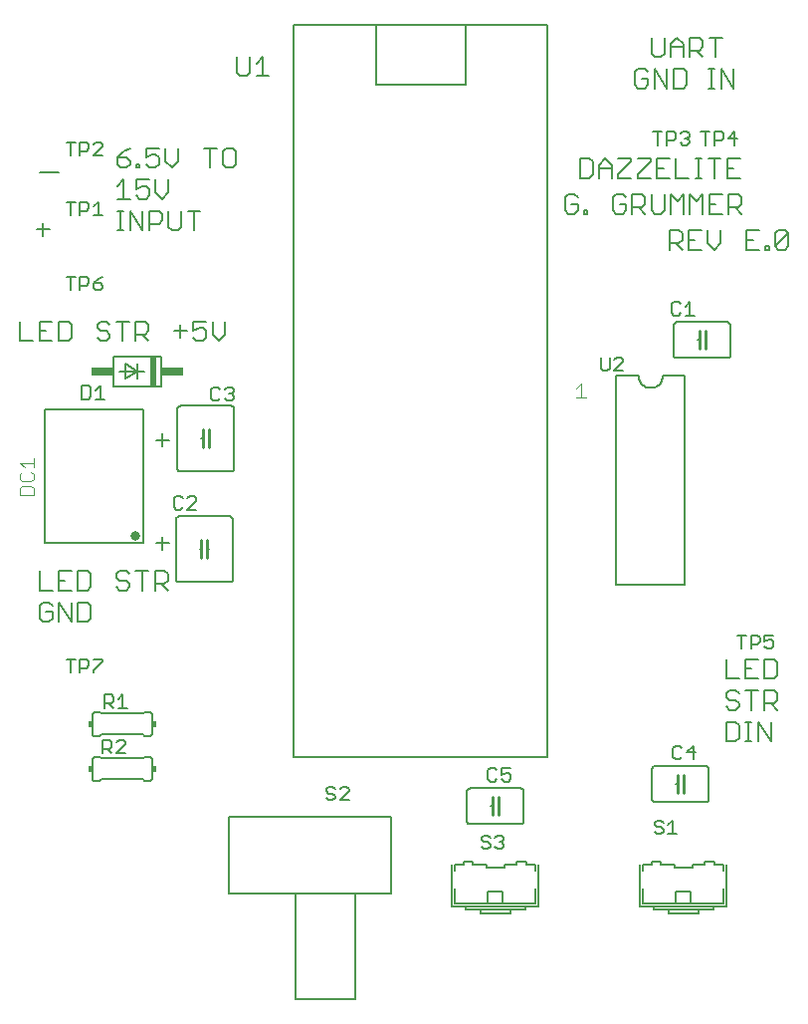
<source format=gbr>
G04 EAGLE Gerber RS-274X export*
G75*
%MOMM*%
%FSLAX34Y34*%
%LPD*%
%INSilkscreen Top*%
%IPPOS*%
%AMOC8*
5,1,8,0,0,1.08239X$1,22.5*%
G01*
%ADD10C,0.152400*%
%ADD11C,0.101600*%
%ADD12C,0.254000*%
%ADD13C,0.127000*%
%ADD14C,0.203200*%
%ADD15C,0.812219*%
%ADD16R,0.508000X2.540000*%
%ADD17R,1.905000X0.762000*%
%ADD18C,0.177800*%
%ADD19R,0.381000X0.508000*%


D10*
X31242Y282462D02*
X31242Y266192D01*
X42089Y266192D01*
X47614Y282462D02*
X58460Y282462D01*
X47614Y282462D02*
X47614Y266192D01*
X58460Y266192D01*
X53037Y274327D02*
X47614Y274327D01*
X63985Y282462D02*
X63985Y266192D01*
X72120Y266192D01*
X74832Y268904D01*
X74832Y279750D01*
X72120Y282462D01*
X63985Y282462D01*
X104863Y282462D02*
X107575Y279750D01*
X104863Y282462D02*
X99440Y282462D01*
X96728Y279750D01*
X96728Y277039D01*
X99440Y274327D01*
X104863Y274327D01*
X107575Y271615D01*
X107575Y268904D01*
X104863Y266192D01*
X99440Y266192D01*
X96728Y268904D01*
X118523Y266192D02*
X118523Y282462D01*
X113100Y282462D02*
X123946Y282462D01*
X129471Y282462D02*
X129471Y266192D01*
X129471Y282462D02*
X137606Y282462D01*
X140318Y279750D01*
X140318Y274327D01*
X137606Y271615D01*
X129471Y271615D01*
X134895Y271615D02*
X140318Y266192D01*
X42089Y253080D02*
X39377Y255792D01*
X33954Y255792D01*
X31242Y253080D01*
X31242Y242234D01*
X33954Y239522D01*
X39377Y239522D01*
X42089Y242234D01*
X42089Y247657D01*
X36665Y247657D01*
X47614Y239522D02*
X47614Y255792D01*
X58460Y239522D01*
X58460Y255792D01*
X63985Y255792D02*
X63985Y239522D01*
X72120Y239522D01*
X74832Y242234D01*
X74832Y253080D01*
X72120Y255792D01*
X63985Y255792D01*
X14732Y478282D02*
X14732Y494552D01*
X14732Y478282D02*
X25579Y478282D01*
X31104Y494552D02*
X41950Y494552D01*
X31104Y494552D02*
X31104Y478282D01*
X41950Y478282D01*
X36527Y486417D02*
X31104Y486417D01*
X47475Y494552D02*
X47475Y478282D01*
X55610Y478282D01*
X58322Y480994D01*
X58322Y491840D01*
X55610Y494552D01*
X47475Y494552D01*
X88353Y494552D02*
X91065Y491840D01*
X88353Y494552D02*
X82930Y494552D01*
X80218Y491840D01*
X80218Y489129D01*
X82930Y486417D01*
X88353Y486417D01*
X91065Y483705D01*
X91065Y480994D01*
X88353Y478282D01*
X82930Y478282D01*
X80218Y480994D01*
X102013Y478282D02*
X102013Y494552D01*
X96590Y494552D02*
X107436Y494552D01*
X112961Y494552D02*
X112961Y478282D01*
X112961Y494552D02*
X121096Y494552D01*
X123808Y491840D01*
X123808Y486417D01*
X121096Y483705D01*
X112961Y483705D01*
X118385Y483705D02*
X123808Y478282D01*
X145705Y486417D02*
X156551Y486417D01*
X151128Y491840D02*
X151128Y480994D01*
X162076Y494552D02*
X172923Y494552D01*
X162076Y494552D02*
X162076Y486417D01*
X167499Y489129D01*
X170211Y489129D01*
X172923Y486417D01*
X172923Y480994D01*
X170211Y478282D01*
X164788Y478282D01*
X162076Y480994D01*
X178448Y483705D02*
X178448Y494552D01*
X178448Y483705D02*
X183871Y478282D01*
X189294Y483705D01*
X189294Y494552D01*
X615442Y207532D02*
X615442Y191262D01*
X626289Y191262D01*
X631814Y207532D02*
X642660Y207532D01*
X631814Y207532D02*
X631814Y191262D01*
X642660Y191262D01*
X637237Y199397D02*
X631814Y199397D01*
X648185Y207532D02*
X648185Y191262D01*
X656320Y191262D01*
X659032Y193974D01*
X659032Y204820D01*
X656320Y207532D01*
X648185Y207532D01*
X623577Y180862D02*
X626289Y178150D01*
X623577Y180862D02*
X618154Y180862D01*
X615442Y178150D01*
X615442Y175439D01*
X618154Y172727D01*
X623577Y172727D01*
X626289Y170015D01*
X626289Y167304D01*
X623577Y164592D01*
X618154Y164592D01*
X615442Y167304D01*
X637237Y164592D02*
X637237Y180862D01*
X631814Y180862D02*
X642660Y180862D01*
X648185Y180862D02*
X648185Y164592D01*
X648185Y180862D02*
X656320Y180862D01*
X659032Y178150D01*
X659032Y172727D01*
X656320Y170015D01*
X648185Y170015D01*
X653608Y170015D02*
X659032Y164592D01*
X615442Y154192D02*
X615442Y137922D01*
X623577Y137922D01*
X626289Y140634D01*
X626289Y151480D01*
X623577Y154192D01*
X615442Y154192D01*
X631814Y137922D02*
X637237Y137922D01*
X634525Y137922D02*
X634525Y154192D01*
X631814Y154192D02*
X637237Y154192D01*
X642728Y154192D02*
X642728Y137922D01*
X653575Y137922D02*
X642728Y154192D01*
X653575Y154192D02*
X653575Y137922D01*
X551942Y722294D02*
X551942Y735852D01*
X551942Y722294D02*
X554654Y719582D01*
X560077Y719582D01*
X562789Y722294D01*
X562789Y735852D01*
X568314Y730429D02*
X568314Y719582D01*
X568314Y730429D02*
X573737Y735852D01*
X579160Y730429D01*
X579160Y719582D01*
X579160Y727717D02*
X568314Y727717D01*
X584685Y719582D02*
X584685Y735852D01*
X592820Y735852D01*
X595532Y733140D01*
X595532Y727717D01*
X592820Y725005D01*
X584685Y725005D01*
X590108Y725005D02*
X595532Y719582D01*
X606480Y719582D02*
X606480Y735852D01*
X601057Y735852D02*
X611903Y735852D01*
X39549Y572777D02*
X28702Y572777D01*
X34125Y578200D02*
X34125Y567354D01*
X36322Y621037D02*
X47169Y621037D01*
X546107Y709182D02*
X548819Y706470D01*
X546107Y709182D02*
X540684Y709182D01*
X537972Y706470D01*
X537972Y695624D01*
X540684Y692912D01*
X546107Y692912D01*
X548819Y695624D01*
X548819Y701047D01*
X543395Y701047D01*
X554344Y692912D02*
X554344Y709182D01*
X565190Y692912D01*
X565190Y709182D01*
X570715Y709182D02*
X570715Y692912D01*
X578850Y692912D01*
X581562Y695624D01*
X581562Y706470D01*
X578850Y709182D01*
X570715Y709182D01*
X600202Y692912D02*
X605625Y692912D01*
X602914Y692912D02*
X602914Y709182D01*
X605625Y709182D02*
X600202Y709182D01*
X611116Y709182D02*
X611116Y692912D01*
X621963Y692912D02*
X611116Y709182D01*
X621963Y709182D02*
X621963Y692912D01*
X489129Y599790D02*
X486417Y602502D01*
X480994Y602502D01*
X478282Y599790D01*
X478282Y588944D01*
X480994Y586232D01*
X486417Y586232D01*
X489129Y588944D01*
X489129Y594367D01*
X483705Y594367D01*
X494654Y588944D02*
X494654Y586232D01*
X494654Y588944D02*
X497365Y588944D01*
X497365Y586232D01*
X494654Y586232D01*
X527346Y602502D02*
X530058Y599790D01*
X527346Y602502D02*
X521923Y602502D01*
X519211Y599790D01*
X519211Y588944D01*
X521923Y586232D01*
X527346Y586232D01*
X530058Y588944D01*
X530058Y594367D01*
X524634Y594367D01*
X535582Y586232D02*
X535582Y602502D01*
X543717Y602502D01*
X546429Y599790D01*
X546429Y594367D01*
X543717Y591655D01*
X535582Y591655D01*
X541006Y591655D02*
X546429Y586232D01*
X551954Y588944D02*
X551954Y602502D01*
X551954Y588944D02*
X554666Y586232D01*
X560089Y586232D01*
X562801Y588944D01*
X562801Y602502D01*
X568326Y602502D02*
X568326Y586232D01*
X573749Y597079D02*
X568326Y602502D01*
X573749Y597079D02*
X579172Y602502D01*
X579172Y586232D01*
X584697Y586232D02*
X584697Y602502D01*
X590120Y597079D01*
X595544Y602502D01*
X595544Y586232D01*
X601069Y602502D02*
X611915Y602502D01*
X601069Y602502D02*
X601069Y586232D01*
X611915Y586232D01*
X606492Y594367D02*
X601069Y594367D01*
X617440Y586232D02*
X617440Y602502D01*
X625575Y602502D01*
X628287Y599790D01*
X628287Y594367D01*
X625575Y591655D01*
X617440Y591655D01*
X622864Y591655D02*
X628287Y586232D01*
X490982Y616712D02*
X490982Y632982D01*
X490982Y616712D02*
X499117Y616712D01*
X501829Y619424D01*
X501829Y630270D01*
X499117Y632982D01*
X490982Y632982D01*
X507354Y627559D02*
X507354Y616712D01*
X507354Y627559D02*
X512777Y632982D01*
X518200Y627559D01*
X518200Y616712D01*
X518200Y624847D02*
X507354Y624847D01*
X523725Y632982D02*
X534572Y632982D01*
X534572Y630270D01*
X523725Y619424D01*
X523725Y616712D01*
X534572Y616712D01*
X540097Y632982D02*
X550943Y632982D01*
X550943Y630270D01*
X540097Y619424D01*
X540097Y616712D01*
X550943Y616712D01*
X556468Y632982D02*
X567315Y632982D01*
X556468Y632982D02*
X556468Y616712D01*
X567315Y616712D01*
X561892Y624847D02*
X556468Y624847D01*
X572840Y632982D02*
X572840Y616712D01*
X583686Y616712D01*
X589211Y616712D02*
X594635Y616712D01*
X591923Y616712D02*
X591923Y632982D01*
X589211Y632982D02*
X594635Y632982D01*
X605549Y632982D02*
X605549Y616712D01*
X600126Y632982D02*
X610972Y632982D01*
X616497Y632982D02*
X627344Y632982D01*
X616497Y632982D02*
X616497Y616712D01*
X627344Y616712D01*
X621921Y624847D02*
X616497Y624847D01*
X567182Y572022D02*
X567182Y555752D01*
X567182Y572022D02*
X575317Y572022D01*
X578029Y569310D01*
X578029Y563887D01*
X575317Y561175D01*
X567182Y561175D01*
X572605Y561175D02*
X578029Y555752D01*
X583554Y572022D02*
X594400Y572022D01*
X583554Y572022D02*
X583554Y555752D01*
X594400Y555752D01*
X588977Y563887D02*
X583554Y563887D01*
X599925Y561175D02*
X599925Y572022D01*
X599925Y561175D02*
X605348Y555752D01*
X610772Y561175D01*
X610772Y572022D01*
X632668Y572022D02*
X643515Y572022D01*
X632668Y572022D02*
X632668Y555752D01*
X643515Y555752D01*
X638092Y563887D02*
X632668Y563887D01*
X649040Y558464D02*
X649040Y555752D01*
X649040Y558464D02*
X651751Y558464D01*
X651751Y555752D01*
X649040Y555752D01*
X657226Y558464D02*
X657226Y569310D01*
X659937Y572022D01*
X665361Y572022D01*
X668072Y569310D01*
X668072Y558464D01*
X665361Y555752D01*
X659937Y555752D01*
X657226Y558464D01*
X668072Y569310D01*
X42089Y621037D02*
X31242Y621037D01*
X130302Y306077D02*
X141149Y306077D01*
X135725Y311500D02*
X135725Y300654D01*
X130302Y393707D02*
X141149Y393707D01*
X135725Y399130D02*
X135725Y388284D01*
X102705Y639160D02*
X108129Y641872D01*
X102705Y639160D02*
X97282Y633737D01*
X97282Y628314D01*
X99994Y625602D01*
X105417Y625602D01*
X108129Y628314D01*
X108129Y631025D01*
X105417Y633737D01*
X97282Y633737D01*
X113654Y628314D02*
X113654Y625602D01*
X113654Y628314D02*
X116365Y628314D01*
X116365Y625602D01*
X113654Y625602D01*
X121839Y641872D02*
X132686Y641872D01*
X121839Y641872D02*
X121839Y633737D01*
X127263Y636449D01*
X129974Y636449D01*
X132686Y633737D01*
X132686Y628314D01*
X129974Y625602D01*
X124551Y625602D01*
X121839Y628314D01*
X138211Y631025D02*
X138211Y641872D01*
X138211Y631025D02*
X143634Y625602D01*
X149058Y631025D01*
X149058Y641872D01*
X176377Y641872D02*
X176377Y625602D01*
X170954Y641872D02*
X181801Y641872D01*
X190037Y641872D02*
X195461Y641872D01*
X190037Y641872D02*
X187326Y639160D01*
X187326Y628314D01*
X190037Y625602D01*
X195461Y625602D01*
X198172Y628314D01*
X198172Y639160D01*
X195461Y641872D01*
X102705Y615202D02*
X97282Y609779D01*
X102705Y615202D02*
X102705Y598932D01*
X97282Y598932D02*
X108129Y598932D01*
X113654Y615202D02*
X124500Y615202D01*
X113654Y615202D02*
X113654Y607067D01*
X119077Y609779D01*
X121789Y609779D01*
X124500Y607067D01*
X124500Y601644D01*
X121789Y598932D01*
X116365Y598932D01*
X113654Y601644D01*
X130025Y604355D02*
X130025Y615202D01*
X130025Y604355D02*
X135448Y598932D01*
X140872Y604355D01*
X140872Y615202D01*
X102705Y572262D02*
X97282Y572262D01*
X99994Y572262D02*
X99994Y588532D01*
X102705Y588532D02*
X97282Y588532D01*
X108196Y588532D02*
X108196Y572262D01*
X119043Y572262D02*
X108196Y588532D01*
X119043Y588532D02*
X119043Y572262D01*
X124568Y572262D02*
X124568Y588532D01*
X132703Y588532D01*
X135415Y585820D01*
X135415Y580397D01*
X132703Y577685D01*
X124568Y577685D01*
X140940Y574974D02*
X140940Y588532D01*
X140940Y574974D02*
X143651Y572262D01*
X149074Y572262D01*
X151786Y574974D01*
X151786Y588532D01*
X162734Y588532D02*
X162734Y572262D01*
X157311Y588532D02*
X168158Y588532D01*
D11*
X488188Y437564D02*
X492086Y441462D01*
X492086Y429768D01*
X488188Y429768D02*
X495984Y429768D01*
D10*
X573405Y494030D02*
X616585Y494030D01*
X616585Y463550D02*
X573405Y463550D01*
X619125Y466090D02*
X619125Y491490D01*
X570865Y491490D02*
X570865Y466090D01*
X616585Y494030D02*
X616685Y494028D01*
X616784Y494022D01*
X616884Y494012D01*
X616982Y493999D01*
X617081Y493981D01*
X617178Y493960D01*
X617274Y493935D01*
X617370Y493906D01*
X617464Y493873D01*
X617557Y493837D01*
X617648Y493797D01*
X617738Y493753D01*
X617826Y493706D01*
X617912Y493656D01*
X617996Y493602D01*
X618078Y493545D01*
X618157Y493485D01*
X618235Y493421D01*
X618309Y493355D01*
X618381Y493286D01*
X618450Y493214D01*
X618516Y493140D01*
X618580Y493062D01*
X618640Y492983D01*
X618697Y492901D01*
X618751Y492817D01*
X618801Y492731D01*
X618848Y492643D01*
X618892Y492553D01*
X618932Y492462D01*
X618968Y492369D01*
X619001Y492275D01*
X619030Y492179D01*
X619055Y492083D01*
X619076Y491986D01*
X619094Y491887D01*
X619107Y491789D01*
X619117Y491689D01*
X619123Y491590D01*
X619125Y491490D01*
X573405Y494030D02*
X573305Y494028D01*
X573206Y494022D01*
X573106Y494012D01*
X573008Y493999D01*
X572909Y493981D01*
X572812Y493960D01*
X572716Y493935D01*
X572620Y493906D01*
X572526Y493873D01*
X572433Y493837D01*
X572342Y493797D01*
X572252Y493753D01*
X572164Y493706D01*
X572078Y493656D01*
X571994Y493602D01*
X571912Y493545D01*
X571833Y493485D01*
X571755Y493421D01*
X571681Y493355D01*
X571609Y493286D01*
X571540Y493214D01*
X571474Y493140D01*
X571410Y493062D01*
X571350Y492983D01*
X571293Y492901D01*
X571239Y492817D01*
X571189Y492731D01*
X571142Y492643D01*
X571098Y492553D01*
X571058Y492462D01*
X571022Y492369D01*
X570989Y492275D01*
X570960Y492179D01*
X570935Y492083D01*
X570914Y491986D01*
X570896Y491887D01*
X570883Y491789D01*
X570873Y491689D01*
X570867Y491590D01*
X570865Y491490D01*
X616585Y463550D02*
X616685Y463552D01*
X616784Y463558D01*
X616884Y463568D01*
X616982Y463581D01*
X617081Y463599D01*
X617178Y463620D01*
X617274Y463645D01*
X617370Y463674D01*
X617464Y463707D01*
X617557Y463743D01*
X617648Y463783D01*
X617738Y463827D01*
X617826Y463874D01*
X617912Y463924D01*
X617996Y463978D01*
X618078Y464035D01*
X618157Y464095D01*
X618235Y464159D01*
X618309Y464225D01*
X618381Y464294D01*
X618450Y464366D01*
X618516Y464440D01*
X618580Y464518D01*
X618640Y464597D01*
X618697Y464679D01*
X618751Y464763D01*
X618801Y464849D01*
X618848Y464937D01*
X618892Y465027D01*
X618932Y465118D01*
X618968Y465211D01*
X619001Y465305D01*
X619030Y465401D01*
X619055Y465497D01*
X619076Y465594D01*
X619094Y465693D01*
X619107Y465791D01*
X619117Y465891D01*
X619123Y465990D01*
X619125Y466090D01*
X573405Y463550D02*
X573305Y463552D01*
X573206Y463558D01*
X573106Y463568D01*
X573008Y463581D01*
X572909Y463599D01*
X572812Y463620D01*
X572716Y463645D01*
X572620Y463674D01*
X572526Y463707D01*
X572433Y463743D01*
X572342Y463783D01*
X572252Y463827D01*
X572164Y463874D01*
X572078Y463924D01*
X571994Y463978D01*
X571912Y464035D01*
X571833Y464095D01*
X571755Y464159D01*
X571681Y464225D01*
X571609Y464294D01*
X571540Y464366D01*
X571474Y464440D01*
X571410Y464518D01*
X571350Y464597D01*
X571293Y464679D01*
X571239Y464763D01*
X571189Y464849D01*
X571142Y464937D01*
X571098Y465027D01*
X571058Y465118D01*
X571022Y465211D01*
X570989Y465305D01*
X570960Y465401D01*
X570935Y465497D01*
X570914Y465594D01*
X570896Y465693D01*
X570883Y465791D01*
X570873Y465891D01*
X570867Y465990D01*
X570865Y466090D01*
X597535Y478790D02*
X598805Y478790D01*
D12*
X597535Y478790D02*
X597535Y486410D01*
X597535Y478790D02*
X597535Y471170D01*
X592455Y478790D02*
X592455Y486410D01*
X592455Y478790D02*
X592455Y471170D01*
D10*
X592455Y478790D02*
X591185Y478790D01*
D13*
X576587Y509278D02*
X574680Y511185D01*
X570867Y511185D01*
X568960Y509278D01*
X568960Y501652D01*
X570867Y499745D01*
X574680Y499745D01*
X576587Y501652D01*
X580654Y507372D02*
X584467Y511185D01*
X584467Y499745D01*
X580654Y499745D02*
X588280Y499745D01*
D10*
X193040Y328930D02*
X149860Y328930D01*
X149860Y273050D02*
X193040Y273050D01*
X195580Y275590D02*
X195580Y326390D01*
X147320Y326390D02*
X147320Y275590D01*
X195580Y326390D02*
X195578Y326490D01*
X195572Y326589D01*
X195562Y326689D01*
X195549Y326787D01*
X195531Y326886D01*
X195510Y326983D01*
X195485Y327079D01*
X195456Y327175D01*
X195423Y327269D01*
X195387Y327362D01*
X195347Y327453D01*
X195303Y327543D01*
X195256Y327631D01*
X195206Y327717D01*
X195152Y327801D01*
X195095Y327883D01*
X195035Y327962D01*
X194971Y328040D01*
X194905Y328114D01*
X194836Y328186D01*
X194764Y328255D01*
X194690Y328321D01*
X194612Y328385D01*
X194533Y328445D01*
X194451Y328502D01*
X194367Y328556D01*
X194281Y328606D01*
X194193Y328653D01*
X194103Y328697D01*
X194012Y328737D01*
X193919Y328773D01*
X193825Y328806D01*
X193729Y328835D01*
X193633Y328860D01*
X193536Y328881D01*
X193437Y328899D01*
X193339Y328912D01*
X193239Y328922D01*
X193140Y328928D01*
X193040Y328930D01*
X149860Y328930D02*
X149760Y328928D01*
X149661Y328922D01*
X149561Y328912D01*
X149463Y328899D01*
X149364Y328881D01*
X149267Y328860D01*
X149171Y328835D01*
X149075Y328806D01*
X148981Y328773D01*
X148888Y328737D01*
X148797Y328697D01*
X148707Y328653D01*
X148619Y328606D01*
X148533Y328556D01*
X148449Y328502D01*
X148367Y328445D01*
X148288Y328385D01*
X148210Y328321D01*
X148136Y328255D01*
X148064Y328186D01*
X147995Y328114D01*
X147929Y328040D01*
X147865Y327962D01*
X147805Y327883D01*
X147748Y327801D01*
X147694Y327717D01*
X147644Y327631D01*
X147597Y327543D01*
X147553Y327453D01*
X147513Y327362D01*
X147477Y327269D01*
X147444Y327175D01*
X147415Y327079D01*
X147390Y326983D01*
X147369Y326886D01*
X147351Y326787D01*
X147338Y326689D01*
X147328Y326589D01*
X147322Y326490D01*
X147320Y326390D01*
X195580Y275590D02*
X195578Y275490D01*
X195572Y275391D01*
X195562Y275291D01*
X195549Y275193D01*
X195531Y275094D01*
X195510Y274997D01*
X195485Y274901D01*
X195456Y274805D01*
X195423Y274711D01*
X195387Y274618D01*
X195347Y274527D01*
X195303Y274437D01*
X195256Y274349D01*
X195206Y274263D01*
X195152Y274179D01*
X195095Y274097D01*
X195035Y274018D01*
X194971Y273940D01*
X194905Y273866D01*
X194836Y273794D01*
X194764Y273725D01*
X194690Y273659D01*
X194612Y273595D01*
X194533Y273535D01*
X194451Y273478D01*
X194367Y273424D01*
X194281Y273374D01*
X194193Y273327D01*
X194103Y273283D01*
X194012Y273243D01*
X193919Y273207D01*
X193825Y273174D01*
X193729Y273145D01*
X193633Y273120D01*
X193536Y273099D01*
X193437Y273081D01*
X193339Y273068D01*
X193239Y273058D01*
X193140Y273052D01*
X193040Y273050D01*
X149860Y273050D02*
X149760Y273052D01*
X149661Y273058D01*
X149561Y273068D01*
X149463Y273081D01*
X149364Y273099D01*
X149267Y273120D01*
X149171Y273145D01*
X149075Y273174D01*
X148981Y273207D01*
X148888Y273243D01*
X148797Y273283D01*
X148707Y273327D01*
X148619Y273374D01*
X148533Y273424D01*
X148449Y273478D01*
X148367Y273535D01*
X148288Y273595D01*
X148210Y273659D01*
X148136Y273725D01*
X148064Y273794D01*
X147995Y273866D01*
X147929Y273940D01*
X147865Y274018D01*
X147805Y274097D01*
X147748Y274179D01*
X147694Y274263D01*
X147644Y274349D01*
X147597Y274437D01*
X147553Y274527D01*
X147513Y274618D01*
X147477Y274711D01*
X147444Y274805D01*
X147415Y274901D01*
X147390Y274997D01*
X147369Y275094D01*
X147351Y275193D01*
X147338Y275291D01*
X147328Y275391D01*
X147322Y275490D01*
X147320Y275590D01*
X173990Y300990D02*
X175260Y300990D01*
D12*
X173990Y300990D02*
X173990Y308610D01*
X173990Y300990D02*
X173990Y293370D01*
X168910Y300990D02*
X168910Y308610D01*
X168910Y300990D02*
X168910Y293370D01*
D10*
X168910Y300990D02*
X167640Y300990D01*
D13*
X153042Y344178D02*
X151135Y346085D01*
X147322Y346085D01*
X145415Y344178D01*
X145415Y336552D01*
X147322Y334645D01*
X151135Y334645D01*
X153042Y336552D01*
X157109Y334645D02*
X164735Y334645D01*
X157109Y334645D02*
X164735Y342272D01*
X164735Y344178D01*
X162829Y346085D01*
X159016Y346085D01*
X157109Y344178D01*
D10*
X151130Y422910D02*
X194310Y422910D01*
X194310Y367030D02*
X151130Y367030D01*
X196850Y369570D02*
X196850Y420370D01*
X148590Y420370D02*
X148590Y369570D01*
X196850Y420370D02*
X196848Y420470D01*
X196842Y420569D01*
X196832Y420669D01*
X196819Y420767D01*
X196801Y420866D01*
X196780Y420963D01*
X196755Y421059D01*
X196726Y421155D01*
X196693Y421249D01*
X196657Y421342D01*
X196617Y421433D01*
X196573Y421523D01*
X196526Y421611D01*
X196476Y421697D01*
X196422Y421781D01*
X196365Y421863D01*
X196305Y421942D01*
X196241Y422020D01*
X196175Y422094D01*
X196106Y422166D01*
X196034Y422235D01*
X195960Y422301D01*
X195882Y422365D01*
X195803Y422425D01*
X195721Y422482D01*
X195637Y422536D01*
X195551Y422586D01*
X195463Y422633D01*
X195373Y422677D01*
X195282Y422717D01*
X195189Y422753D01*
X195095Y422786D01*
X194999Y422815D01*
X194903Y422840D01*
X194806Y422861D01*
X194707Y422879D01*
X194609Y422892D01*
X194509Y422902D01*
X194410Y422908D01*
X194310Y422910D01*
X151130Y422910D02*
X151030Y422908D01*
X150931Y422902D01*
X150831Y422892D01*
X150733Y422879D01*
X150634Y422861D01*
X150537Y422840D01*
X150441Y422815D01*
X150345Y422786D01*
X150251Y422753D01*
X150158Y422717D01*
X150067Y422677D01*
X149977Y422633D01*
X149889Y422586D01*
X149803Y422536D01*
X149719Y422482D01*
X149637Y422425D01*
X149558Y422365D01*
X149480Y422301D01*
X149406Y422235D01*
X149334Y422166D01*
X149265Y422094D01*
X149199Y422020D01*
X149135Y421942D01*
X149075Y421863D01*
X149018Y421781D01*
X148964Y421697D01*
X148914Y421611D01*
X148867Y421523D01*
X148823Y421433D01*
X148783Y421342D01*
X148747Y421249D01*
X148714Y421155D01*
X148685Y421059D01*
X148660Y420963D01*
X148639Y420866D01*
X148621Y420767D01*
X148608Y420669D01*
X148598Y420569D01*
X148592Y420470D01*
X148590Y420370D01*
X196850Y369570D02*
X196848Y369470D01*
X196842Y369371D01*
X196832Y369271D01*
X196819Y369173D01*
X196801Y369074D01*
X196780Y368977D01*
X196755Y368881D01*
X196726Y368785D01*
X196693Y368691D01*
X196657Y368598D01*
X196617Y368507D01*
X196573Y368417D01*
X196526Y368329D01*
X196476Y368243D01*
X196422Y368159D01*
X196365Y368077D01*
X196305Y367998D01*
X196241Y367920D01*
X196175Y367846D01*
X196106Y367774D01*
X196034Y367705D01*
X195960Y367639D01*
X195882Y367575D01*
X195803Y367515D01*
X195721Y367458D01*
X195637Y367404D01*
X195551Y367354D01*
X195463Y367307D01*
X195373Y367263D01*
X195282Y367223D01*
X195189Y367187D01*
X195095Y367154D01*
X194999Y367125D01*
X194903Y367100D01*
X194806Y367079D01*
X194707Y367061D01*
X194609Y367048D01*
X194509Y367038D01*
X194410Y367032D01*
X194310Y367030D01*
X151130Y367030D02*
X151030Y367032D01*
X150931Y367038D01*
X150831Y367048D01*
X150733Y367061D01*
X150634Y367079D01*
X150537Y367100D01*
X150441Y367125D01*
X150345Y367154D01*
X150251Y367187D01*
X150158Y367223D01*
X150067Y367263D01*
X149977Y367307D01*
X149889Y367354D01*
X149803Y367404D01*
X149719Y367458D01*
X149637Y367515D01*
X149558Y367575D01*
X149480Y367639D01*
X149406Y367705D01*
X149334Y367774D01*
X149265Y367846D01*
X149199Y367920D01*
X149135Y367998D01*
X149075Y368077D01*
X149018Y368159D01*
X148964Y368243D01*
X148914Y368329D01*
X148867Y368417D01*
X148823Y368507D01*
X148783Y368598D01*
X148747Y368691D01*
X148714Y368785D01*
X148685Y368881D01*
X148660Y368977D01*
X148639Y369074D01*
X148621Y369173D01*
X148608Y369271D01*
X148598Y369371D01*
X148592Y369470D01*
X148590Y369570D01*
X175260Y394970D02*
X176530Y394970D01*
D12*
X175260Y394970D02*
X175260Y402590D01*
X175260Y394970D02*
X175260Y387350D01*
X170180Y394970D02*
X170180Y402590D01*
X170180Y394970D02*
X170180Y387350D01*
D10*
X170180Y394970D02*
X168910Y394970D01*
D13*
X184792Y436888D02*
X182885Y438795D01*
X179072Y438795D01*
X177165Y436888D01*
X177165Y429262D01*
X179072Y427355D01*
X182885Y427355D01*
X184792Y429262D01*
X188859Y436888D02*
X190766Y438795D01*
X194579Y438795D01*
X196485Y436888D01*
X196485Y434982D01*
X194579Y433075D01*
X192672Y433075D01*
X194579Y433075D02*
X196485Y431168D01*
X196485Y429262D01*
X194579Y427355D01*
X190766Y427355D01*
X188859Y429262D01*
D10*
X554990Y86360D02*
X598170Y86360D01*
X598170Y116840D02*
X554990Y116840D01*
X552450Y114300D02*
X552450Y88900D01*
X600710Y88900D02*
X600710Y114300D01*
X554990Y86360D02*
X554890Y86362D01*
X554791Y86368D01*
X554691Y86378D01*
X554593Y86391D01*
X554494Y86409D01*
X554397Y86430D01*
X554301Y86455D01*
X554205Y86484D01*
X554111Y86517D01*
X554018Y86553D01*
X553927Y86593D01*
X553837Y86637D01*
X553749Y86684D01*
X553663Y86734D01*
X553579Y86788D01*
X553497Y86845D01*
X553418Y86905D01*
X553340Y86969D01*
X553266Y87035D01*
X553194Y87104D01*
X553125Y87176D01*
X553059Y87250D01*
X552995Y87328D01*
X552935Y87407D01*
X552878Y87489D01*
X552824Y87573D01*
X552774Y87659D01*
X552727Y87747D01*
X552683Y87837D01*
X552643Y87928D01*
X552607Y88021D01*
X552574Y88115D01*
X552545Y88211D01*
X552520Y88307D01*
X552499Y88404D01*
X552481Y88503D01*
X552468Y88601D01*
X552458Y88701D01*
X552452Y88800D01*
X552450Y88900D01*
X598170Y86360D02*
X598270Y86362D01*
X598369Y86368D01*
X598469Y86378D01*
X598567Y86391D01*
X598666Y86409D01*
X598763Y86430D01*
X598859Y86455D01*
X598955Y86484D01*
X599049Y86517D01*
X599142Y86553D01*
X599233Y86593D01*
X599323Y86637D01*
X599411Y86684D01*
X599497Y86734D01*
X599581Y86788D01*
X599663Y86845D01*
X599742Y86905D01*
X599820Y86969D01*
X599894Y87035D01*
X599966Y87104D01*
X600035Y87176D01*
X600101Y87250D01*
X600165Y87328D01*
X600225Y87407D01*
X600282Y87489D01*
X600336Y87573D01*
X600386Y87659D01*
X600433Y87747D01*
X600477Y87837D01*
X600517Y87928D01*
X600553Y88021D01*
X600586Y88115D01*
X600615Y88211D01*
X600640Y88307D01*
X600661Y88404D01*
X600679Y88503D01*
X600692Y88601D01*
X600702Y88701D01*
X600708Y88800D01*
X600710Y88900D01*
X554990Y116840D02*
X554890Y116838D01*
X554791Y116832D01*
X554691Y116822D01*
X554593Y116809D01*
X554494Y116791D01*
X554397Y116770D01*
X554301Y116745D01*
X554205Y116716D01*
X554111Y116683D01*
X554018Y116647D01*
X553927Y116607D01*
X553837Y116563D01*
X553749Y116516D01*
X553663Y116466D01*
X553579Y116412D01*
X553497Y116355D01*
X553418Y116295D01*
X553340Y116231D01*
X553266Y116165D01*
X553194Y116096D01*
X553125Y116024D01*
X553059Y115950D01*
X552995Y115872D01*
X552935Y115793D01*
X552878Y115711D01*
X552824Y115627D01*
X552774Y115541D01*
X552727Y115453D01*
X552683Y115363D01*
X552643Y115272D01*
X552607Y115179D01*
X552574Y115085D01*
X552545Y114989D01*
X552520Y114893D01*
X552499Y114796D01*
X552481Y114697D01*
X552468Y114599D01*
X552458Y114499D01*
X552452Y114400D01*
X552450Y114300D01*
X598170Y116840D02*
X598270Y116838D01*
X598369Y116832D01*
X598469Y116822D01*
X598567Y116809D01*
X598666Y116791D01*
X598763Y116770D01*
X598859Y116745D01*
X598955Y116716D01*
X599049Y116683D01*
X599142Y116647D01*
X599233Y116607D01*
X599323Y116563D01*
X599411Y116516D01*
X599497Y116466D01*
X599581Y116412D01*
X599663Y116355D01*
X599742Y116295D01*
X599820Y116231D01*
X599894Y116165D01*
X599966Y116096D01*
X600035Y116024D01*
X600101Y115950D01*
X600165Y115872D01*
X600225Y115793D01*
X600282Y115711D01*
X600336Y115627D01*
X600386Y115541D01*
X600433Y115453D01*
X600477Y115363D01*
X600517Y115272D01*
X600553Y115179D01*
X600586Y115085D01*
X600615Y114989D01*
X600640Y114893D01*
X600661Y114796D01*
X600679Y114697D01*
X600692Y114599D01*
X600702Y114499D01*
X600708Y114400D01*
X600710Y114300D01*
X574040Y101600D02*
X572770Y101600D01*
D12*
X574040Y101600D02*
X574040Y93980D01*
X574040Y101600D02*
X574040Y109220D01*
X579120Y101600D02*
X579120Y93980D01*
X579120Y101600D02*
X579120Y109220D01*
D10*
X579120Y101600D02*
X580390Y101600D01*
D13*
X577964Y132088D02*
X576057Y133995D01*
X572244Y133995D01*
X570337Y132088D01*
X570337Y124462D01*
X572244Y122555D01*
X576057Y122555D01*
X577964Y124462D01*
X587751Y122555D02*
X587751Y133995D01*
X582031Y128275D01*
X589658Y128275D01*
D14*
X119330Y306252D02*
X119330Y420188D01*
X35930Y420188D01*
X35930Y306252D01*
X119330Y306252D01*
D15*
X113030Y312420D03*
D11*
X26162Y347218D02*
X14468Y347218D01*
X26162Y347218D02*
X26162Y353065D01*
X24213Y355014D01*
X16417Y355014D01*
X14468Y353065D01*
X14468Y347218D01*
X14468Y364759D02*
X16417Y366708D01*
X14468Y364759D02*
X14468Y360861D01*
X16417Y358912D01*
X24213Y358912D01*
X26162Y360861D01*
X26162Y364759D01*
X24213Y366708D01*
X18366Y370606D02*
X14468Y374504D01*
X26162Y374504D01*
X26162Y370606D02*
X26162Y378402D01*
D13*
X57788Y584835D02*
X57788Y596275D01*
X53975Y596275D02*
X61602Y596275D01*
X65669Y596275D02*
X65669Y584835D01*
X65669Y596275D02*
X71389Y596275D01*
X73295Y594368D01*
X73295Y590555D01*
X71389Y588648D01*
X65669Y588648D01*
X77363Y592462D02*
X81176Y596275D01*
X81176Y584835D01*
X77363Y584835D02*
X84989Y584835D01*
X57788Y635635D02*
X57788Y647075D01*
X53975Y647075D02*
X61602Y647075D01*
X65669Y647075D02*
X65669Y635635D01*
X65669Y647075D02*
X71389Y647075D01*
X73295Y645168D01*
X73295Y641355D01*
X71389Y639448D01*
X65669Y639448D01*
X77363Y635635D02*
X84989Y635635D01*
X77363Y635635D02*
X84989Y643262D01*
X84989Y645168D01*
X83083Y647075D01*
X79270Y647075D01*
X77363Y645168D01*
X556898Y644525D02*
X556898Y655965D01*
X553085Y655965D02*
X560712Y655965D01*
X564779Y655965D02*
X564779Y644525D01*
X564779Y655965D02*
X570499Y655965D01*
X572405Y654058D01*
X572405Y650245D01*
X570499Y648338D01*
X564779Y648338D01*
X576473Y654058D02*
X578380Y655965D01*
X582193Y655965D01*
X584099Y654058D01*
X584099Y652152D01*
X582193Y650245D01*
X580286Y650245D01*
X582193Y650245D02*
X584099Y648338D01*
X584099Y646432D01*
X582193Y644525D01*
X578380Y644525D01*
X576473Y646432D01*
X597538Y644525D02*
X597538Y655965D01*
X593725Y655965D02*
X601352Y655965D01*
X605419Y655965D02*
X605419Y644525D01*
X605419Y655965D02*
X611139Y655965D01*
X613045Y654058D01*
X613045Y650245D01*
X611139Y648338D01*
X605419Y648338D01*
X622833Y644525D02*
X622833Y655965D01*
X617113Y650245D01*
X624739Y650245D01*
X628653Y227975D02*
X628653Y216535D01*
X624840Y227975D02*
X632467Y227975D01*
X636534Y227975D02*
X636534Y216535D01*
X636534Y227975D02*
X642254Y227975D01*
X644160Y226068D01*
X644160Y222255D01*
X642254Y220348D01*
X636534Y220348D01*
X648228Y227975D02*
X655854Y227975D01*
X648228Y227975D02*
X648228Y222255D01*
X652041Y224162D01*
X653948Y224162D01*
X655854Y222255D01*
X655854Y218442D01*
X653948Y216535D01*
X650135Y216535D01*
X648228Y218442D01*
X57788Y521335D02*
X57788Y532775D01*
X53975Y532775D02*
X61602Y532775D01*
X65669Y532775D02*
X65669Y521335D01*
X65669Y532775D02*
X71389Y532775D01*
X73295Y530868D01*
X73295Y527055D01*
X71389Y525148D01*
X65669Y525148D01*
X81176Y530868D02*
X84989Y532775D01*
X81176Y530868D02*
X77363Y527055D01*
X77363Y523242D01*
X79270Y521335D01*
X83083Y521335D01*
X84989Y523242D01*
X84989Y525148D01*
X83083Y527055D01*
X77363Y527055D01*
X57788Y207655D02*
X57788Y196215D01*
X53975Y207655D02*
X61602Y207655D01*
X65669Y207655D02*
X65669Y196215D01*
X65669Y207655D02*
X71389Y207655D01*
X73295Y205748D01*
X73295Y201935D01*
X71389Y200028D01*
X65669Y200028D01*
X77363Y207655D02*
X84989Y207655D01*
X84989Y205748D01*
X77363Y198122D01*
X77363Y196215D01*
D10*
X580390Y270510D02*
X580390Y448310D01*
X521970Y448310D02*
X521970Y270510D01*
X580390Y270510D01*
X580390Y448310D02*
X561340Y448310D01*
X541020Y448310D02*
X521970Y448310D01*
X541020Y448310D02*
X541023Y448063D01*
X541032Y447815D01*
X541047Y447568D01*
X541068Y447322D01*
X541095Y447076D01*
X541128Y446831D01*
X541167Y446586D01*
X541212Y446343D01*
X541263Y446101D01*
X541320Y445860D01*
X541382Y445621D01*
X541451Y445383D01*
X541525Y445147D01*
X541605Y444913D01*
X541690Y444681D01*
X541782Y444451D01*
X541878Y444223D01*
X541981Y443998D01*
X542088Y443775D01*
X542202Y443555D01*
X542320Y443338D01*
X542444Y443123D01*
X542573Y442912D01*
X542707Y442704D01*
X542846Y442499D01*
X542990Y442298D01*
X543138Y442100D01*
X543292Y441906D01*
X543450Y441716D01*
X543613Y441530D01*
X543780Y441348D01*
X543952Y441170D01*
X544128Y440996D01*
X544308Y440826D01*
X544493Y440661D01*
X544681Y440501D01*
X544873Y440345D01*
X545069Y440193D01*
X545268Y440047D01*
X545471Y439905D01*
X545678Y439769D01*
X545887Y439637D01*
X546100Y439511D01*
X546316Y439390D01*
X546534Y439274D01*
X546756Y439164D01*
X546980Y439059D01*
X547206Y438959D01*
X547435Y438865D01*
X547666Y438777D01*
X547900Y438694D01*
X548135Y438617D01*
X548372Y438546D01*
X548610Y438480D01*
X548850Y438421D01*
X549092Y438367D01*
X549335Y438319D01*
X549578Y438277D01*
X549823Y438241D01*
X550069Y438211D01*
X550315Y438187D01*
X550562Y438169D01*
X550809Y438157D01*
X551056Y438151D01*
X551304Y438151D01*
X551551Y438157D01*
X551798Y438169D01*
X552045Y438187D01*
X552291Y438211D01*
X552537Y438241D01*
X552782Y438277D01*
X553025Y438319D01*
X553268Y438367D01*
X553510Y438421D01*
X553750Y438480D01*
X553988Y438546D01*
X554225Y438617D01*
X554460Y438694D01*
X554694Y438777D01*
X554925Y438865D01*
X555154Y438959D01*
X555380Y439059D01*
X555604Y439164D01*
X555826Y439274D01*
X556044Y439390D01*
X556260Y439511D01*
X556473Y439637D01*
X556682Y439769D01*
X556889Y439905D01*
X557092Y440047D01*
X557291Y440193D01*
X557487Y440345D01*
X557679Y440501D01*
X557867Y440661D01*
X558052Y440826D01*
X558232Y440996D01*
X558408Y441170D01*
X558580Y441348D01*
X558747Y441530D01*
X558910Y441716D01*
X559068Y441906D01*
X559222Y442100D01*
X559370Y442298D01*
X559514Y442499D01*
X559653Y442704D01*
X559787Y442912D01*
X559916Y443123D01*
X560040Y443338D01*
X560158Y443555D01*
X560272Y443775D01*
X560379Y443998D01*
X560482Y444223D01*
X560578Y444451D01*
X560670Y444681D01*
X560755Y444913D01*
X560835Y445147D01*
X560909Y445383D01*
X560978Y445621D01*
X561040Y445860D01*
X561097Y446101D01*
X561148Y446343D01*
X561193Y446586D01*
X561232Y446831D01*
X561265Y447076D01*
X561292Y447322D01*
X561313Y447568D01*
X561328Y447815D01*
X561337Y448063D01*
X561340Y448310D01*
D13*
X508635Y454662D02*
X508635Y464195D01*
X508635Y454662D02*
X510542Y452755D01*
X514355Y452755D01*
X516262Y454662D01*
X516262Y464195D01*
X520329Y452755D02*
X527955Y452755D01*
X520329Y452755D02*
X527955Y460382D01*
X527955Y462288D01*
X526049Y464195D01*
X522236Y464195D01*
X520329Y462288D01*
D10*
X134620Y464820D02*
X93980Y464820D01*
X93980Y439420D01*
X134620Y439420D01*
X134620Y464820D01*
X120650Y452120D02*
X114300Y452120D01*
X104140Y445770D02*
X104140Y458470D01*
X114300Y452120D01*
X99060Y452120D01*
X104140Y445770D02*
X114300Y452120D01*
X114300Y445770D01*
X114300Y452120D02*
X114300Y458470D01*
D16*
X128270Y452120D03*
D17*
X84455Y452120D03*
X144145Y452120D03*
D13*
X67417Y440065D02*
X67417Y428625D01*
X73137Y428625D01*
X75044Y430532D01*
X75044Y438158D01*
X73137Y440065D01*
X67417Y440065D01*
X79111Y436252D02*
X82924Y440065D01*
X82924Y428625D01*
X79111Y428625D02*
X86738Y428625D01*
D10*
X615950Y33020D02*
X615950Y-2540D01*
X604520Y-2540D01*
X542290Y-2540D02*
X542290Y33020D01*
X544830Y0D02*
X572770Y0D01*
X553720Y-2540D02*
X553720Y-5080D01*
X566420Y-5080D01*
X604520Y-5080D02*
X604520Y-2540D01*
X542290Y-2540D01*
X566420Y-5080D02*
X566420Y-8890D01*
X566420Y-5080D02*
X591820Y-5080D01*
X591820Y-8890D02*
X566420Y-8890D01*
X591820Y-8890D02*
X591820Y-5080D01*
X604520Y-5080D01*
X572770Y0D02*
X572770Y10160D01*
X572770Y0D02*
X585470Y0D01*
X585470Y10160D02*
X572770Y10160D01*
X585470Y10160D02*
X585470Y0D01*
X613410Y0D01*
X552450Y33020D02*
X544830Y33020D01*
X552450Y33020D02*
X552450Y35560D01*
X560070Y35560D01*
X560070Y33020D01*
X571500Y33020D01*
X571500Y30480D01*
X586740Y30480D01*
X586740Y33020D01*
X596900Y33020D01*
X596900Y35560D01*
X605790Y35560D01*
X605790Y33020D01*
X613410Y33020D01*
X544830Y33020D02*
X544830Y27940D01*
X544830Y12700D02*
X544830Y0D01*
X613410Y0D02*
X613410Y12700D01*
X613410Y27940D02*
X613410Y33020D01*
D13*
X561982Y68588D02*
X560075Y70495D01*
X556262Y70495D01*
X554355Y68588D01*
X554355Y66682D01*
X556262Y64775D01*
X560075Y64775D01*
X561982Y62868D01*
X561982Y60962D01*
X560075Y59055D01*
X556262Y59055D01*
X554355Y60962D01*
X566049Y66682D02*
X569862Y70495D01*
X569862Y59055D01*
X566049Y59055D02*
X573675Y59055D01*
D10*
X463550Y746760D02*
X393700Y746760D01*
X317500Y746760D01*
X247650Y746760D01*
X247650Y124460D02*
X463550Y124460D01*
X247650Y124460D02*
X247650Y746760D01*
X463550Y746760D02*
X463550Y124460D01*
D13*
X393700Y695960D02*
X317500Y695960D01*
X317500Y746760D01*
X393700Y746760D02*
X393700Y695960D01*
D18*
X199286Y705868D02*
X199286Y719215D01*
X199286Y705868D02*
X201955Y703199D01*
X207294Y703199D01*
X209963Y705868D01*
X209963Y719215D01*
X215657Y713876D02*
X220996Y719215D01*
X220996Y703199D01*
X215657Y703199D02*
X226335Y703199D01*
D10*
X397510Y67310D02*
X440690Y67310D01*
X440690Y97790D02*
X397510Y97790D01*
X394970Y95250D02*
X394970Y69850D01*
X443230Y69850D02*
X443230Y95250D01*
X397510Y67310D02*
X397410Y67312D01*
X397311Y67318D01*
X397211Y67328D01*
X397113Y67341D01*
X397014Y67359D01*
X396917Y67380D01*
X396821Y67405D01*
X396725Y67434D01*
X396631Y67467D01*
X396538Y67503D01*
X396447Y67543D01*
X396357Y67587D01*
X396269Y67634D01*
X396183Y67684D01*
X396099Y67738D01*
X396017Y67795D01*
X395938Y67855D01*
X395860Y67919D01*
X395786Y67985D01*
X395714Y68054D01*
X395645Y68126D01*
X395579Y68200D01*
X395515Y68278D01*
X395455Y68357D01*
X395398Y68439D01*
X395344Y68523D01*
X395294Y68609D01*
X395247Y68697D01*
X395203Y68787D01*
X395163Y68878D01*
X395127Y68971D01*
X395094Y69065D01*
X395065Y69161D01*
X395040Y69257D01*
X395019Y69354D01*
X395001Y69453D01*
X394988Y69551D01*
X394978Y69651D01*
X394972Y69750D01*
X394970Y69850D01*
X440690Y67310D02*
X440790Y67312D01*
X440889Y67318D01*
X440989Y67328D01*
X441087Y67341D01*
X441186Y67359D01*
X441283Y67380D01*
X441379Y67405D01*
X441475Y67434D01*
X441569Y67467D01*
X441662Y67503D01*
X441753Y67543D01*
X441843Y67587D01*
X441931Y67634D01*
X442017Y67684D01*
X442101Y67738D01*
X442183Y67795D01*
X442262Y67855D01*
X442340Y67919D01*
X442414Y67985D01*
X442486Y68054D01*
X442555Y68126D01*
X442621Y68200D01*
X442685Y68278D01*
X442745Y68357D01*
X442802Y68439D01*
X442856Y68523D01*
X442906Y68609D01*
X442953Y68697D01*
X442997Y68787D01*
X443037Y68878D01*
X443073Y68971D01*
X443106Y69065D01*
X443135Y69161D01*
X443160Y69257D01*
X443181Y69354D01*
X443199Y69453D01*
X443212Y69551D01*
X443222Y69651D01*
X443228Y69750D01*
X443230Y69850D01*
X397510Y97790D02*
X397410Y97788D01*
X397311Y97782D01*
X397211Y97772D01*
X397113Y97759D01*
X397014Y97741D01*
X396917Y97720D01*
X396821Y97695D01*
X396725Y97666D01*
X396631Y97633D01*
X396538Y97597D01*
X396447Y97557D01*
X396357Y97513D01*
X396269Y97466D01*
X396183Y97416D01*
X396099Y97362D01*
X396017Y97305D01*
X395938Y97245D01*
X395860Y97181D01*
X395786Y97115D01*
X395714Y97046D01*
X395645Y96974D01*
X395579Y96900D01*
X395515Y96822D01*
X395455Y96743D01*
X395398Y96661D01*
X395344Y96577D01*
X395294Y96491D01*
X395247Y96403D01*
X395203Y96313D01*
X395163Y96222D01*
X395127Y96129D01*
X395094Y96035D01*
X395065Y95939D01*
X395040Y95843D01*
X395019Y95746D01*
X395001Y95647D01*
X394988Y95549D01*
X394978Y95449D01*
X394972Y95350D01*
X394970Y95250D01*
X440690Y97790D02*
X440790Y97788D01*
X440889Y97782D01*
X440989Y97772D01*
X441087Y97759D01*
X441186Y97741D01*
X441283Y97720D01*
X441379Y97695D01*
X441475Y97666D01*
X441569Y97633D01*
X441662Y97597D01*
X441753Y97557D01*
X441843Y97513D01*
X441931Y97466D01*
X442017Y97416D01*
X442101Y97362D01*
X442183Y97305D01*
X442262Y97245D01*
X442340Y97181D01*
X442414Y97115D01*
X442486Y97046D01*
X442555Y96974D01*
X442621Y96900D01*
X442685Y96822D01*
X442745Y96743D01*
X442802Y96661D01*
X442856Y96577D01*
X442906Y96491D01*
X442953Y96403D01*
X442997Y96313D01*
X443037Y96222D01*
X443073Y96129D01*
X443106Y96035D01*
X443135Y95939D01*
X443160Y95843D01*
X443181Y95746D01*
X443199Y95647D01*
X443212Y95549D01*
X443222Y95449D01*
X443228Y95350D01*
X443230Y95250D01*
X416560Y82550D02*
X415290Y82550D01*
D12*
X416560Y82550D02*
X416560Y74930D01*
X416560Y82550D02*
X416560Y90170D01*
X421640Y82550D02*
X421640Y74930D01*
X421640Y82550D02*
X421640Y90170D01*
D10*
X421640Y82550D02*
X422910Y82550D01*
D13*
X420484Y113038D02*
X418577Y114945D01*
X414764Y114945D01*
X412857Y113038D01*
X412857Y105412D01*
X414764Y103505D01*
X418577Y103505D01*
X420484Y105412D01*
X424551Y114945D02*
X432178Y114945D01*
X424551Y114945D02*
X424551Y109225D01*
X428364Y111132D01*
X430271Y111132D01*
X432178Y109225D01*
X432178Y105412D01*
X430271Y103505D01*
X426458Y103505D01*
X424551Y105412D01*
D10*
X455930Y33020D02*
X455930Y-2540D01*
X444500Y-2540D01*
X382270Y-2540D02*
X382270Y33020D01*
X384810Y0D02*
X412750Y0D01*
X393700Y-2540D02*
X393700Y-5080D01*
X406400Y-5080D01*
X444500Y-5080D02*
X444500Y-2540D01*
X382270Y-2540D01*
X406400Y-5080D02*
X406400Y-8890D01*
X406400Y-5080D02*
X431800Y-5080D01*
X431800Y-8890D02*
X406400Y-8890D01*
X431800Y-8890D02*
X431800Y-5080D01*
X444500Y-5080D01*
X412750Y0D02*
X412750Y10160D01*
X412750Y0D02*
X425450Y0D01*
X425450Y10160D02*
X412750Y10160D01*
X425450Y10160D02*
X425450Y0D01*
X453390Y0D01*
X392430Y33020D02*
X384810Y33020D01*
X392430Y33020D02*
X392430Y35560D01*
X400050Y35560D01*
X400050Y33020D01*
X411480Y33020D01*
X411480Y30480D01*
X426720Y30480D01*
X426720Y33020D01*
X436880Y33020D01*
X436880Y35560D01*
X445770Y35560D01*
X445770Y33020D01*
X453390Y33020D01*
X384810Y33020D02*
X384810Y27940D01*
X384810Y12700D02*
X384810Y0D01*
X453390Y0D02*
X453390Y12700D01*
X453390Y27940D02*
X453390Y33020D01*
D13*
X414662Y55888D02*
X412755Y57795D01*
X408942Y57795D01*
X407035Y55888D01*
X407035Y53982D01*
X408942Y52075D01*
X412755Y52075D01*
X414662Y50168D01*
X414662Y48262D01*
X412755Y46355D01*
X408942Y46355D01*
X407035Y48262D01*
X418729Y55888D02*
X420636Y57795D01*
X424449Y57795D01*
X426355Y55888D01*
X426355Y53982D01*
X424449Y52075D01*
X422542Y52075D01*
X424449Y52075D02*
X426355Y50168D01*
X426355Y48262D01*
X424449Y46355D01*
X420636Y46355D01*
X418729Y48262D01*
X330708Y73787D02*
X192532Y73787D01*
X192532Y8763D01*
X248920Y8763D01*
X299720Y8763D01*
X330708Y8763D01*
X330708Y73787D01*
X299720Y8763D02*
X299720Y-81153D01*
X248920Y-81153D02*
X248920Y8763D01*
X248920Y-81153D02*
X299720Y-81153D01*
X282689Y97163D02*
X280782Y99070D01*
X276969Y99070D01*
X275062Y97163D01*
X275062Y95257D01*
X276969Y93350D01*
X280782Y93350D01*
X282689Y91443D01*
X282689Y89537D01*
X280782Y87630D01*
X276969Y87630D01*
X275062Y89537D01*
X286756Y87630D02*
X294383Y87630D01*
X286756Y87630D02*
X294383Y95257D01*
X294383Y97163D01*
X292476Y99070D01*
X288663Y99070D01*
X286756Y97163D01*
D10*
X78740Y162560D02*
X78640Y162558D01*
X78541Y162552D01*
X78441Y162542D01*
X78343Y162529D01*
X78244Y162511D01*
X78147Y162490D01*
X78051Y162465D01*
X77955Y162436D01*
X77861Y162403D01*
X77768Y162367D01*
X77677Y162327D01*
X77587Y162283D01*
X77499Y162236D01*
X77413Y162186D01*
X77329Y162132D01*
X77247Y162075D01*
X77168Y162015D01*
X77090Y161951D01*
X77016Y161885D01*
X76944Y161816D01*
X76875Y161744D01*
X76809Y161670D01*
X76745Y161592D01*
X76685Y161513D01*
X76628Y161431D01*
X76574Y161347D01*
X76524Y161261D01*
X76477Y161173D01*
X76433Y161083D01*
X76393Y160992D01*
X76357Y160899D01*
X76324Y160805D01*
X76295Y160709D01*
X76270Y160613D01*
X76249Y160516D01*
X76231Y160417D01*
X76218Y160319D01*
X76208Y160219D01*
X76202Y160120D01*
X76200Y160020D01*
X76200Y144780D02*
X76202Y144680D01*
X76208Y144581D01*
X76218Y144481D01*
X76231Y144383D01*
X76249Y144284D01*
X76270Y144187D01*
X76295Y144091D01*
X76324Y143995D01*
X76357Y143901D01*
X76393Y143808D01*
X76433Y143717D01*
X76477Y143627D01*
X76524Y143539D01*
X76574Y143453D01*
X76628Y143369D01*
X76685Y143287D01*
X76745Y143208D01*
X76809Y143130D01*
X76875Y143056D01*
X76944Y142984D01*
X77016Y142915D01*
X77090Y142849D01*
X77168Y142785D01*
X77247Y142725D01*
X77329Y142668D01*
X77413Y142614D01*
X77499Y142564D01*
X77587Y142517D01*
X77677Y142473D01*
X77768Y142433D01*
X77861Y142397D01*
X77955Y142364D01*
X78051Y142335D01*
X78147Y142310D01*
X78244Y142289D01*
X78343Y142271D01*
X78441Y142258D01*
X78541Y142248D01*
X78640Y142242D01*
X78740Y142240D01*
X124460Y142240D02*
X124560Y142242D01*
X124659Y142248D01*
X124759Y142258D01*
X124857Y142271D01*
X124956Y142289D01*
X125053Y142310D01*
X125149Y142335D01*
X125245Y142364D01*
X125339Y142397D01*
X125432Y142433D01*
X125523Y142473D01*
X125613Y142517D01*
X125701Y142564D01*
X125787Y142614D01*
X125871Y142668D01*
X125953Y142725D01*
X126032Y142785D01*
X126110Y142849D01*
X126184Y142915D01*
X126256Y142984D01*
X126325Y143056D01*
X126391Y143130D01*
X126455Y143208D01*
X126515Y143287D01*
X126572Y143369D01*
X126626Y143453D01*
X126676Y143539D01*
X126723Y143627D01*
X126767Y143717D01*
X126807Y143808D01*
X126843Y143901D01*
X126876Y143995D01*
X126905Y144091D01*
X126930Y144187D01*
X126951Y144284D01*
X126969Y144383D01*
X126982Y144481D01*
X126992Y144581D01*
X126998Y144680D01*
X127000Y144780D01*
X127000Y160020D02*
X126998Y160120D01*
X126992Y160219D01*
X126982Y160319D01*
X126969Y160417D01*
X126951Y160516D01*
X126930Y160613D01*
X126905Y160709D01*
X126876Y160805D01*
X126843Y160899D01*
X126807Y160992D01*
X126767Y161083D01*
X126723Y161173D01*
X126676Y161261D01*
X126626Y161347D01*
X126572Y161431D01*
X126515Y161513D01*
X126455Y161592D01*
X126391Y161670D01*
X126325Y161744D01*
X126256Y161816D01*
X126184Y161885D01*
X126110Y161951D01*
X126032Y162015D01*
X125953Y162075D01*
X125871Y162132D01*
X125787Y162186D01*
X125701Y162236D01*
X125613Y162283D01*
X125523Y162327D01*
X125432Y162367D01*
X125339Y162403D01*
X125245Y162436D01*
X125149Y162465D01*
X125053Y162490D01*
X124956Y162511D01*
X124857Y162529D01*
X124759Y162542D01*
X124659Y162552D01*
X124560Y162558D01*
X124460Y162560D01*
X76200Y160020D02*
X76200Y144780D01*
X78740Y162560D02*
X82550Y162560D01*
X83820Y161290D01*
X82550Y142240D02*
X78740Y142240D01*
X82550Y142240D02*
X83820Y143510D01*
X119380Y161290D02*
X120650Y162560D01*
X119380Y161290D02*
X83820Y161290D01*
X119380Y143510D02*
X120650Y142240D01*
X119380Y143510D02*
X83820Y143510D01*
X120650Y162560D02*
X124460Y162560D01*
X124460Y142240D02*
X120650Y142240D01*
X127000Y144780D02*
X127000Y160020D01*
D19*
X128905Y152400D03*
X74295Y152400D03*
D13*
X86360Y165989D02*
X86360Y177429D01*
X92080Y177429D01*
X93987Y175522D01*
X93987Y171709D01*
X92080Y169802D01*
X86360Y169802D01*
X90173Y169802D02*
X93987Y165989D01*
X98054Y173616D02*
X101867Y177429D01*
X101867Y165989D01*
X98054Y165989D02*
X105680Y165989D01*
D10*
X127000Y106680D02*
X126998Y106580D01*
X126992Y106481D01*
X126982Y106381D01*
X126969Y106283D01*
X126951Y106184D01*
X126930Y106087D01*
X126905Y105991D01*
X126876Y105895D01*
X126843Y105801D01*
X126807Y105708D01*
X126767Y105617D01*
X126723Y105527D01*
X126676Y105439D01*
X126626Y105353D01*
X126572Y105269D01*
X126515Y105187D01*
X126455Y105108D01*
X126391Y105030D01*
X126325Y104956D01*
X126256Y104884D01*
X126184Y104815D01*
X126110Y104749D01*
X126032Y104685D01*
X125953Y104625D01*
X125871Y104568D01*
X125787Y104514D01*
X125701Y104464D01*
X125613Y104417D01*
X125523Y104373D01*
X125432Y104333D01*
X125339Y104297D01*
X125245Y104264D01*
X125149Y104235D01*
X125053Y104210D01*
X124956Y104189D01*
X124857Y104171D01*
X124759Y104158D01*
X124659Y104148D01*
X124560Y104142D01*
X124460Y104140D01*
X127000Y121920D02*
X126998Y122020D01*
X126992Y122119D01*
X126982Y122219D01*
X126969Y122317D01*
X126951Y122416D01*
X126930Y122513D01*
X126905Y122609D01*
X126876Y122705D01*
X126843Y122799D01*
X126807Y122892D01*
X126767Y122983D01*
X126723Y123073D01*
X126676Y123161D01*
X126626Y123247D01*
X126572Y123331D01*
X126515Y123413D01*
X126455Y123492D01*
X126391Y123570D01*
X126325Y123644D01*
X126256Y123716D01*
X126184Y123785D01*
X126110Y123851D01*
X126032Y123915D01*
X125953Y123975D01*
X125871Y124032D01*
X125787Y124086D01*
X125701Y124136D01*
X125613Y124183D01*
X125523Y124227D01*
X125432Y124267D01*
X125339Y124303D01*
X125245Y124336D01*
X125149Y124365D01*
X125053Y124390D01*
X124956Y124411D01*
X124857Y124429D01*
X124759Y124442D01*
X124659Y124452D01*
X124560Y124458D01*
X124460Y124460D01*
X78740Y124460D02*
X78640Y124458D01*
X78541Y124452D01*
X78441Y124442D01*
X78343Y124429D01*
X78244Y124411D01*
X78147Y124390D01*
X78051Y124365D01*
X77955Y124336D01*
X77861Y124303D01*
X77768Y124267D01*
X77677Y124227D01*
X77587Y124183D01*
X77499Y124136D01*
X77413Y124086D01*
X77329Y124032D01*
X77247Y123975D01*
X77168Y123915D01*
X77090Y123851D01*
X77016Y123785D01*
X76944Y123716D01*
X76875Y123644D01*
X76809Y123570D01*
X76745Y123492D01*
X76685Y123413D01*
X76628Y123331D01*
X76574Y123247D01*
X76524Y123161D01*
X76477Y123073D01*
X76433Y122983D01*
X76393Y122892D01*
X76357Y122799D01*
X76324Y122705D01*
X76295Y122609D01*
X76270Y122513D01*
X76249Y122416D01*
X76231Y122317D01*
X76218Y122219D01*
X76208Y122119D01*
X76202Y122020D01*
X76200Y121920D01*
X76200Y106680D02*
X76202Y106580D01*
X76208Y106481D01*
X76218Y106381D01*
X76231Y106283D01*
X76249Y106184D01*
X76270Y106087D01*
X76295Y105991D01*
X76324Y105895D01*
X76357Y105801D01*
X76393Y105708D01*
X76433Y105617D01*
X76477Y105527D01*
X76524Y105439D01*
X76574Y105353D01*
X76628Y105269D01*
X76685Y105187D01*
X76745Y105108D01*
X76809Y105030D01*
X76875Y104956D01*
X76944Y104884D01*
X77016Y104815D01*
X77090Y104749D01*
X77168Y104685D01*
X77247Y104625D01*
X77329Y104568D01*
X77413Y104514D01*
X77499Y104464D01*
X77587Y104417D01*
X77677Y104373D01*
X77768Y104333D01*
X77861Y104297D01*
X77955Y104264D01*
X78051Y104235D01*
X78147Y104210D01*
X78244Y104189D01*
X78343Y104171D01*
X78441Y104158D01*
X78541Y104148D01*
X78640Y104142D01*
X78740Y104140D01*
X127000Y106680D02*
X127000Y121920D01*
X124460Y104140D02*
X120650Y104140D01*
X119380Y105410D01*
X120650Y124460D02*
X124460Y124460D01*
X120650Y124460D02*
X119380Y123190D01*
X83820Y105410D02*
X82550Y104140D01*
X83820Y105410D02*
X119380Y105410D01*
X83820Y123190D02*
X82550Y124460D01*
X83820Y123190D02*
X119380Y123190D01*
X82550Y104140D02*
X78740Y104140D01*
X78740Y124460D02*
X82550Y124460D01*
X76200Y121920D02*
X76200Y106680D01*
D19*
X74295Y114300D03*
X128905Y114300D03*
D13*
X85197Y127381D02*
X85197Y138821D01*
X90917Y138821D01*
X92824Y136914D01*
X92824Y133101D01*
X90917Y131194D01*
X85197Y131194D01*
X89010Y131194D02*
X92824Y127381D01*
X96891Y127381D02*
X104518Y127381D01*
X96891Y127381D02*
X104518Y135008D01*
X104518Y136914D01*
X102611Y138821D01*
X98798Y138821D01*
X96891Y136914D01*
M02*

</source>
